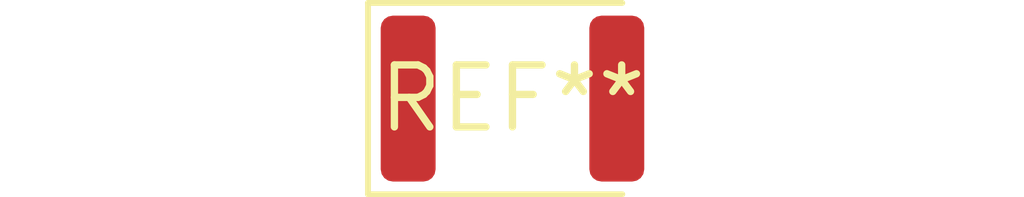
<source format=kicad_pcb>
(kicad_pcb (version 20240108) (generator pcbnew)
  (layers (0 "F.Cu" signal) (31 "B.Cu" signal) (34 "B.Paste" user) (35 "F.Paste" user) (36 "B.SilkS" user "B.Silkscreen") (37 "F.SilkS" user "F.Silkscreen") (38 "B.Mask" user) (39 "F.Mask" user) (44 "Edge.Cuts" user))
  (net 0 "")
  (footprint "LED_1812_4532Metric" (layer "F.Cu") (at 0 0)
    (property "Reference" "REF**")
    (property "Value" "LED_1812_4532Metric")
    (fp_line (start -2.96 -1.96) (end -2.96 1.96) (layer "F.SilkS") (stroke (width 0.12)))
    (fp_line (start -2.96 1.96) (end 2.25 1.96) (layer "F.SilkS") (stroke (width 0.12)))
    (fp_line (start 2.25 -1.96) (end -2.96 -1.96) (layer "F.SilkS") (stroke (width 0.12)))
    (pad "1" smd roundrect (at -2.1375 0) (size 1.125 3.4) (layers "F.Cu" "F.Paste" "F.Mask") (roundrect_rratio 0.222222))
    (pad "2" smd roundrect (at 2.1375 0) (size 1.125 3.4) (layers "F.Cu" "F.Paste" "F.Mask") (roundrect_rratio 0.222222))
  )
)
</source>
